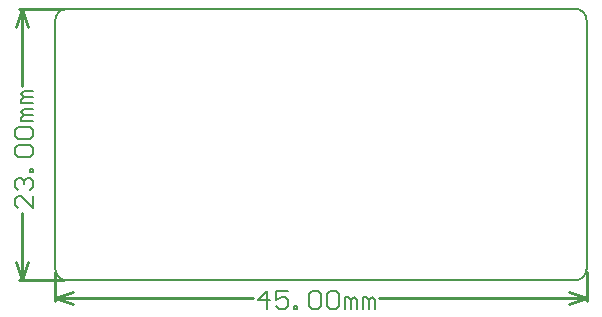
<source format=gm1>
G04*
G04 #@! TF.GenerationSoftware,Altium Limited,Altium Designer,21.2.2 (38)*
G04*
G04 Layer_Color=16711935*
%FSLAX24Y24*%
%MOIN*%
G70*
G04*
G04 #@! TF.SameCoordinates,73095A83-B390-47B6-BD11-AEDCE0CE4F92*
G04*
G04*
G04 #@! TF.FilePolarity,Positive*
G04*
G01*
G75*
%ADD13C,0.0060*%
%ADD16C,0.0060*%
%ADD17C,0.0100*%
D13*
X0Y394D02*
Y8661D01*
X394Y0D02*
X17323D01*
X394Y9055D02*
X17323D01*
X17717Y394D02*
Y8661D01*
X7049Y-940D02*
Y-340D01*
X6749Y-640D01*
X7149D01*
X7749Y-340D02*
X7349D01*
Y-640D01*
X7549Y-540D01*
X7649D01*
X7749Y-640D01*
Y-840D01*
X7649Y-940D01*
X7449D01*
X7349Y-840D01*
X7949Y-940D02*
Y-840D01*
X8048D01*
Y-940D01*
X7949D01*
X8448Y-440D02*
X8548Y-340D01*
X8748D01*
X8848Y-440D01*
Y-840D01*
X8748Y-940D01*
X8548D01*
X8448Y-840D01*
Y-440D01*
X9048D02*
X9148Y-340D01*
X9348D01*
X9448Y-440D01*
Y-840D01*
X9348Y-940D01*
X9148D01*
X9048Y-840D01*
Y-440D01*
X9648Y-940D02*
Y-540D01*
X9748D01*
X9848Y-640D01*
Y-940D01*
Y-640D01*
X9948Y-540D01*
X10048Y-640D01*
Y-940D01*
X10248D02*
Y-540D01*
X10348D01*
X10448Y-640D01*
Y-940D01*
Y-640D01*
X10548Y-540D01*
X10648Y-640D01*
Y-940D01*
X-730Y2818D02*
Y2418D01*
X-1130Y2818D01*
X-1230D01*
X-1330Y2718D01*
Y2518D01*
X-1230Y2418D01*
Y3018D02*
X-1330Y3118D01*
Y3318D01*
X-1230Y3418D01*
X-1130D01*
X-1030Y3318D01*
Y3218D01*
Y3318D01*
X-930Y3418D01*
X-830D01*
X-730Y3318D01*
Y3118D01*
X-830Y3018D01*
X-730Y3618D02*
X-830D01*
Y3718D01*
X-730D01*
Y3618D01*
X-1230Y4118D02*
X-1330Y4218D01*
Y4418D01*
X-1230Y4518D01*
X-830D01*
X-730Y4418D01*
Y4218D01*
X-830Y4118D01*
X-1230D01*
Y4717D02*
X-1330Y4817D01*
Y5017D01*
X-1230Y5117D01*
X-830D01*
X-730Y5017D01*
Y4817D01*
X-830Y4717D01*
X-1230D01*
X-730Y5317D02*
X-1130D01*
Y5417D01*
X-1030Y5517D01*
X-730D01*
X-1030D01*
X-1130Y5617D01*
X-1030Y5717D01*
X-730D01*
Y5917D02*
X-1130D01*
Y6017D01*
X-1030Y6117D01*
X-730D01*
X-1030D01*
X-1130Y6217D01*
X-1030Y6317D01*
X-730D01*
X0Y394D02*
Y8661D01*
X394Y0D02*
X17323D01*
X394Y9055D02*
X17323D01*
X17717Y394D02*
Y8661D01*
X7049Y-940D02*
Y-340D01*
X6749Y-640D01*
X7149D01*
X7749Y-340D02*
X7349D01*
Y-640D01*
X7549Y-540D01*
X7649D01*
X7749Y-640D01*
Y-840D01*
X7649Y-940D01*
X7449D01*
X7349Y-840D01*
X7949Y-940D02*
Y-840D01*
X8048D01*
Y-940D01*
X7949D01*
X8448Y-440D02*
X8548Y-340D01*
X8748D01*
X8848Y-440D01*
Y-840D01*
X8748Y-940D01*
X8548D01*
X8448Y-840D01*
Y-440D01*
X9048D02*
X9148Y-340D01*
X9348D01*
X9448Y-440D01*
Y-840D01*
X9348Y-940D01*
X9148D01*
X9048Y-840D01*
Y-440D01*
X9648Y-940D02*
Y-540D01*
X9748D01*
X9848Y-640D01*
Y-940D01*
Y-640D01*
X9948Y-540D01*
X10048Y-640D01*
Y-940D01*
X10248D02*
Y-540D01*
X10348D01*
X10448Y-640D01*
Y-940D01*
Y-640D01*
X10548Y-540D01*
X10648Y-640D01*
Y-940D01*
X-730Y2818D02*
Y2418D01*
X-1130Y2818D01*
X-1230D01*
X-1330Y2718D01*
Y2518D01*
X-1230Y2418D01*
Y3018D02*
X-1330Y3118D01*
Y3318D01*
X-1230Y3418D01*
X-1130D01*
X-1030Y3318D01*
Y3218D01*
Y3318D01*
X-930Y3418D01*
X-830D01*
X-730Y3318D01*
Y3118D01*
X-830Y3018D01*
X-730Y3618D02*
X-830D01*
Y3718D01*
X-730D01*
Y3618D01*
X-1230Y4118D02*
X-1330Y4218D01*
Y4418D01*
X-1230Y4518D01*
X-830D01*
X-730Y4418D01*
Y4218D01*
X-830Y4118D01*
X-1230D01*
Y4717D02*
X-1330Y4817D01*
Y5017D01*
X-1230Y5117D01*
X-830D01*
X-730Y5017D01*
Y4817D01*
X-830Y4717D01*
X-1230D01*
X-730Y5317D02*
X-1130D01*
Y5417D01*
X-1030Y5517D01*
X-730D01*
X-1030D01*
X-1130Y5617D01*
X-1030Y5717D01*
X-730D01*
Y5917D02*
X-1130D01*
Y6017D01*
X-1030Y6117D01*
X-730D01*
X-1030D01*
X-1130Y6217D01*
X-1030Y6317D01*
X-730D01*
D16*
X17323Y0D02*
G03*
X17717Y394I0J394D01*
G01*
X17717Y8661D02*
G03*
X17323Y9055I-394J0D01*
G01*
X394D02*
G03*
X0Y8661I0J-394D01*
G01*
Y394D02*
G03*
X394Y0I394J0D01*
G01*
X17323D02*
G03*
X17717Y394I0J394D01*
G01*
X17717Y8661D02*
G03*
X17323Y9055I-394J0D01*
G01*
X394D02*
G03*
X0Y8661I0J-394D01*
G01*
Y394D02*
G03*
X394Y0I394J0D01*
G01*
D17*
X0Y-580D02*
X600Y-380D01*
X0Y-580D02*
X600Y-780D01*
X17117D02*
X17717Y-580D01*
X17117Y-380D02*
X17717Y-580D01*
X0D02*
X6589D01*
X10808D02*
X17717D01*
X0Y-680D02*
Y294D01*
X17717Y-680D02*
Y294D01*
X-1090Y9055D02*
X-890Y8455D01*
X-1290D02*
X-1090Y9055D01*
X-1290Y600D02*
X-1090Y0D01*
X-890Y600D01*
X-1090Y6477D02*
Y9055D01*
Y0D02*
Y2258D01*
X-1190Y9055D02*
X294D01*
X-1190Y0D02*
X294D01*
X0Y-580D02*
X600Y-380D01*
X0Y-580D02*
X600Y-780D01*
X17117D02*
X17717Y-580D01*
X17117Y-380D02*
X17717Y-580D01*
X0D02*
X6589D01*
X10808D02*
X17717D01*
X0Y-680D02*
Y294D01*
X17717Y-680D02*
Y294D01*
X-1090Y9055D02*
X-890Y8455D01*
X-1290D02*
X-1090Y9055D01*
X-1290Y600D02*
X-1090Y0D01*
X-890Y600D01*
X-1090Y6477D02*
Y9055D01*
Y0D02*
Y2258D01*
X-1190Y9055D02*
X294D01*
X-1190Y0D02*
X294D01*
M02*

</source>
